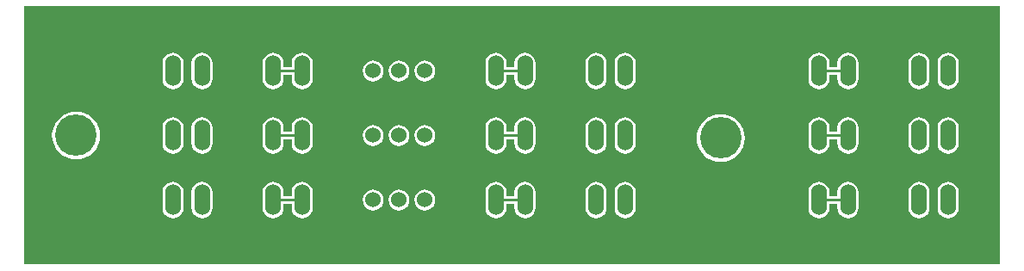
<source format=gbl>
G04 Layer_Physical_Order=2*
G04 Layer_Color=16711680*
%FSLAX24Y24*%
%MOIN*%
G70*
G01*
G75*
%ADD10C,0.0100*%
%ADD11O,0.0600X0.1200*%
%ADD12C,0.0600*%
%ADD13C,0.1600*%
G36*
X57750Y20000D02*
X57750Y20000D01*
X20000D01*
Y30000D01*
X57750D01*
Y20000D01*
D02*
G37*
%LPC*%
G36*
X51875Y23203D02*
X51771Y23190D01*
X51673Y23149D01*
X51590Y23085D01*
X51526Y23002D01*
X51485Y22904D01*
X51472Y22800D01*
Y22653D01*
X51153D01*
Y22800D01*
X51140Y22904D01*
X51099Y23002D01*
X51035Y23085D01*
X50952Y23149D01*
X50854Y23190D01*
X50750Y23203D01*
X50646Y23190D01*
X50548Y23149D01*
X50465Y23085D01*
X50401Y23002D01*
X50360Y22904D01*
X50347Y22800D01*
Y22200D01*
X50360Y22096D01*
X50401Y21998D01*
X50465Y21915D01*
X50548Y21851D01*
X50646Y21810D01*
X50750Y21797D01*
X50854Y21810D01*
X50952Y21851D01*
X51035Y21915D01*
X51099Y21998D01*
X51140Y22096D01*
X51153Y22200D01*
Y22347D01*
X51472D01*
Y22200D01*
X51485Y22096D01*
X51526Y21998D01*
X51590Y21915D01*
X51673Y21851D01*
X51771Y21810D01*
X51875Y21797D01*
X51979Y21810D01*
X52077Y21851D01*
X52160Y21915D01*
X52224Y21998D01*
X52265Y22096D01*
X52278Y22200D01*
Y22800D01*
X52265Y22904D01*
X52224Y23002D01*
X52160Y23085D01*
X52077Y23149D01*
X51979Y23190D01*
X51875Y23203D01*
D02*
G37*
G36*
X46950Y25829D02*
X46769Y25812D01*
X46594Y25759D01*
X46434Y25673D01*
X46293Y25557D01*
X46177Y25416D01*
X46091Y25256D01*
X46038Y25081D01*
X46021Y24900D01*
X46038Y24719D01*
X46091Y24544D01*
X46177Y24384D01*
X46293Y24243D01*
X46434Y24127D01*
X46594Y24041D01*
X46769Y23988D01*
X46950Y23971D01*
X47131Y23988D01*
X47306Y24041D01*
X47466Y24127D01*
X47607Y24243D01*
X47723Y24384D01*
X47809Y24544D01*
X47862Y24719D01*
X47879Y24900D01*
X47862Y25081D01*
X47809Y25256D01*
X47723Y25416D01*
X47607Y25557D01*
X47466Y25673D01*
X47306Y25759D01*
X47131Y25812D01*
X46950Y25829D01*
D02*
G37*
G36*
X30750Y23203D02*
X30646Y23190D01*
X30548Y23149D01*
X30465Y23085D01*
X30401Y23002D01*
X30360Y22904D01*
X30347Y22800D01*
Y22653D01*
X30028D01*
Y22800D01*
X30015Y22904D01*
X29974Y23002D01*
X29910Y23085D01*
X29827Y23149D01*
X29729Y23190D01*
X29625Y23203D01*
X29521Y23190D01*
X29423Y23149D01*
X29340Y23085D01*
X29276Y23002D01*
X29235Y22904D01*
X29222Y22800D01*
Y22200D01*
X29235Y22096D01*
X29276Y21998D01*
X29340Y21915D01*
X29423Y21851D01*
X29521Y21810D01*
X29625Y21797D01*
X29729Y21810D01*
X29827Y21851D01*
X29910Y21915D01*
X29974Y21998D01*
X30015Y22096D01*
X30028Y22200D01*
Y22347D01*
X30347D01*
Y22200D01*
X30360Y22096D01*
X30401Y21998D01*
X30465Y21915D01*
X30548Y21851D01*
X30646Y21810D01*
X30750Y21797D01*
X30854Y21810D01*
X30952Y21851D01*
X31035Y21915D01*
X31099Y21998D01*
X31140Y22096D01*
X31153Y22200D01*
Y22800D01*
X31140Y22904D01*
X31099Y23002D01*
X31035Y23085D01*
X30952Y23149D01*
X30854Y23190D01*
X30750Y23203D01*
D02*
G37*
G36*
X39375D02*
X39271Y23190D01*
X39173Y23149D01*
X39090Y23085D01*
X39026Y23002D01*
X38985Y22904D01*
X38972Y22800D01*
Y22653D01*
X38653D01*
Y22800D01*
X38640Y22904D01*
X38599Y23002D01*
X38535Y23085D01*
X38452Y23149D01*
X38354Y23190D01*
X38250Y23203D01*
X38146Y23190D01*
X38048Y23149D01*
X37965Y23085D01*
X37901Y23002D01*
X37860Y22904D01*
X37847Y22800D01*
Y22200D01*
X37860Y22096D01*
X37901Y21998D01*
X37965Y21915D01*
X38048Y21851D01*
X38146Y21810D01*
X38250Y21797D01*
X38354Y21810D01*
X38452Y21851D01*
X38535Y21915D01*
X38599Y21998D01*
X38640Y22096D01*
X38653Y22200D01*
Y22347D01*
X38972D01*
Y22200D01*
X38985Y22096D01*
X39026Y21998D01*
X39090Y21915D01*
X39173Y21851D01*
X39271Y21810D01*
X39375Y21797D01*
X39479Y21810D01*
X39577Y21851D01*
X39660Y21915D01*
X39724Y21998D01*
X39765Y22096D01*
X39778Y22200D01*
Y22800D01*
X39765Y22904D01*
X39724Y23002D01*
X39660Y23085D01*
X39577Y23149D01*
X39479Y23190D01*
X39375Y23203D01*
D02*
G37*
G36*
X22000Y25929D02*
X21819Y25912D01*
X21644Y25859D01*
X21484Y25773D01*
X21343Y25657D01*
X21227Y25516D01*
X21141Y25356D01*
X21088Y25181D01*
X21071Y25000D01*
X21088Y24819D01*
X21141Y24644D01*
X21227Y24484D01*
X21343Y24343D01*
X21484Y24227D01*
X21644Y24141D01*
X21819Y24088D01*
X22000Y24071D01*
X22181Y24088D01*
X22356Y24141D01*
X22516Y24227D01*
X22657Y24343D01*
X22773Y24484D01*
X22859Y24644D01*
X22912Y24819D01*
X22929Y25000D01*
X22912Y25181D01*
X22859Y25356D01*
X22773Y25516D01*
X22657Y25657D01*
X22516Y25773D01*
X22356Y25859D01*
X22181Y25912D01*
X22000Y25929D01*
D02*
G37*
G36*
X42125Y25703D02*
X42021Y25690D01*
X41923Y25649D01*
X41840Y25585D01*
X41776Y25502D01*
X41735Y25404D01*
X41722Y25300D01*
Y24700D01*
X41735Y24596D01*
X41776Y24498D01*
X41840Y24415D01*
X41923Y24351D01*
X42021Y24310D01*
X42125Y24297D01*
X42229Y24310D01*
X42327Y24351D01*
X42410Y24415D01*
X42474Y24498D01*
X42515Y24596D01*
X42528Y24700D01*
Y25300D01*
X42515Y25404D01*
X42474Y25502D01*
X42410Y25585D01*
X42327Y25649D01*
X42229Y25690D01*
X42125Y25703D01*
D02*
G37*
G36*
X43250D02*
X43146Y25690D01*
X43048Y25649D01*
X42965Y25585D01*
X42901Y25502D01*
X42860Y25404D01*
X42847Y25300D01*
Y24700D01*
X42860Y24596D01*
X42901Y24498D01*
X42965Y24415D01*
X43048Y24351D01*
X43146Y24310D01*
X43250Y24297D01*
X43354Y24310D01*
X43452Y24351D01*
X43535Y24415D01*
X43599Y24498D01*
X43640Y24596D01*
X43653Y24700D01*
Y25300D01*
X43640Y25404D01*
X43599Y25502D01*
X43535Y25585D01*
X43452Y25649D01*
X43354Y25690D01*
X43250Y25703D01*
D02*
G37*
G36*
X25750D02*
X25646Y25690D01*
X25548Y25649D01*
X25465Y25585D01*
X25401Y25502D01*
X25360Y25404D01*
X25347Y25300D01*
Y24700D01*
X25360Y24596D01*
X25401Y24498D01*
X25465Y24415D01*
X25548Y24351D01*
X25646Y24310D01*
X25750Y24297D01*
X25854Y24310D01*
X25952Y24351D01*
X26035Y24415D01*
X26099Y24498D01*
X26140Y24596D01*
X26153Y24700D01*
Y25300D01*
X26140Y25404D01*
X26099Y25502D01*
X26035Y25585D01*
X25952Y25649D01*
X25854Y25690D01*
X25750Y25703D01*
D02*
G37*
G36*
X26875D02*
X26771Y25690D01*
X26673Y25649D01*
X26590Y25585D01*
X26526Y25502D01*
X26485Y25404D01*
X26472Y25300D01*
Y24700D01*
X26485Y24596D01*
X26526Y24498D01*
X26590Y24415D01*
X26673Y24351D01*
X26771Y24310D01*
X26875Y24297D01*
X26979Y24310D01*
X27077Y24351D01*
X27160Y24415D01*
X27224Y24498D01*
X27265Y24596D01*
X27278Y24700D01*
Y25300D01*
X27265Y25404D01*
X27224Y25502D01*
X27160Y25585D01*
X27077Y25649D01*
X26979Y25690D01*
X26875Y25703D01*
D02*
G37*
G36*
X42125Y23203D02*
X42021Y23190D01*
X41923Y23149D01*
X41840Y23085D01*
X41776Y23002D01*
X41735Y22904D01*
X41722Y22800D01*
Y22200D01*
X41735Y22096D01*
X41776Y21998D01*
X41840Y21915D01*
X41923Y21851D01*
X42021Y21810D01*
X42125Y21797D01*
X42229Y21810D01*
X42327Y21851D01*
X42410Y21915D01*
X42474Y21998D01*
X42515Y22096D01*
X42528Y22200D01*
Y22800D01*
X42515Y22904D01*
X42474Y23002D01*
X42410Y23085D01*
X42327Y23149D01*
X42229Y23190D01*
X42125Y23203D01*
D02*
G37*
G36*
X43250D02*
X43146Y23190D01*
X43048Y23149D01*
X42965Y23085D01*
X42901Y23002D01*
X42860Y22904D01*
X42847Y22800D01*
Y22200D01*
X42860Y22096D01*
X42901Y21998D01*
X42965Y21915D01*
X43048Y21851D01*
X43146Y21810D01*
X43250Y21797D01*
X43354Y21810D01*
X43452Y21851D01*
X43535Y21915D01*
X43599Y21998D01*
X43640Y22096D01*
X43653Y22200D01*
Y22800D01*
X43640Y22904D01*
X43599Y23002D01*
X43535Y23085D01*
X43452Y23149D01*
X43354Y23190D01*
X43250Y23203D01*
D02*
G37*
G36*
X25750D02*
X25646Y23190D01*
X25548Y23149D01*
X25465Y23085D01*
X25401Y23002D01*
X25360Y22904D01*
X25347Y22800D01*
Y22200D01*
X25360Y22096D01*
X25401Y21998D01*
X25465Y21915D01*
X25548Y21851D01*
X25646Y21810D01*
X25750Y21797D01*
X25854Y21810D01*
X25952Y21851D01*
X26035Y21915D01*
X26099Y21998D01*
X26140Y22096D01*
X26153Y22200D01*
Y22800D01*
X26140Y22904D01*
X26099Y23002D01*
X26035Y23085D01*
X25952Y23149D01*
X25854Y23190D01*
X25750Y23203D01*
D02*
G37*
G36*
X26875D02*
X26771Y23190D01*
X26673Y23149D01*
X26590Y23085D01*
X26526Y23002D01*
X26485Y22904D01*
X26472Y22800D01*
Y22200D01*
X26485Y22096D01*
X26526Y21998D01*
X26590Y21915D01*
X26673Y21851D01*
X26771Y21810D01*
X26875Y21797D01*
X26979Y21810D01*
X27077Y21851D01*
X27160Y21915D01*
X27224Y21998D01*
X27265Y22096D01*
X27278Y22200D01*
Y22800D01*
X27265Y22904D01*
X27224Y23002D01*
X27160Y23085D01*
X27077Y23149D01*
X26979Y23190D01*
X26875Y23203D01*
D02*
G37*
G36*
X54625D02*
X54521Y23190D01*
X54423Y23149D01*
X54340Y23085D01*
X54276Y23002D01*
X54235Y22904D01*
X54222Y22800D01*
Y22200D01*
X54235Y22096D01*
X54276Y21998D01*
X54340Y21915D01*
X54423Y21851D01*
X54521Y21810D01*
X54625Y21797D01*
X54729Y21810D01*
X54827Y21851D01*
X54910Y21915D01*
X54974Y21998D01*
X55015Y22096D01*
X55028Y22200D01*
Y22800D01*
X55015Y22904D01*
X54974Y23002D01*
X54910Y23085D01*
X54827Y23149D01*
X54729Y23190D01*
X54625Y23203D01*
D02*
G37*
G36*
X34500Y22903D02*
X34396Y22890D01*
X34298Y22849D01*
X34215Y22785D01*
X34151Y22702D01*
X34110Y22604D01*
X34097Y22500D01*
X34110Y22396D01*
X34151Y22298D01*
X34215Y22215D01*
X34298Y22151D01*
X34396Y22110D01*
X34500Y22097D01*
X34604Y22110D01*
X34702Y22151D01*
X34785Y22215D01*
X34849Y22298D01*
X34890Y22396D01*
X34903Y22500D01*
X34890Y22604D01*
X34849Y22702D01*
X34785Y22785D01*
X34702Y22849D01*
X34604Y22890D01*
X34500Y22903D01*
D02*
G37*
G36*
X35500D02*
X35396Y22890D01*
X35298Y22849D01*
X35215Y22785D01*
X35151Y22702D01*
X35110Y22604D01*
X35097Y22500D01*
X35110Y22396D01*
X35151Y22298D01*
X35215Y22215D01*
X35298Y22151D01*
X35396Y22110D01*
X35500Y22097D01*
X35604Y22110D01*
X35702Y22151D01*
X35785Y22215D01*
X35849Y22298D01*
X35890Y22396D01*
X35903Y22500D01*
X35890Y22604D01*
X35849Y22702D01*
X35785Y22785D01*
X35702Y22849D01*
X35604Y22890D01*
X35500Y22903D01*
D02*
G37*
G36*
X55750Y23203D02*
X55646Y23190D01*
X55548Y23149D01*
X55465Y23085D01*
X55401Y23002D01*
X55360Y22904D01*
X55347Y22800D01*
Y22200D01*
X55360Y22096D01*
X55401Y21998D01*
X55465Y21915D01*
X55548Y21851D01*
X55646Y21810D01*
X55750Y21797D01*
X55854Y21810D01*
X55952Y21851D01*
X56035Y21915D01*
X56099Y21998D01*
X56140Y22096D01*
X56153Y22200D01*
Y22800D01*
X56140Y22904D01*
X56099Y23002D01*
X56035Y23085D01*
X55952Y23149D01*
X55854Y23190D01*
X55750Y23203D01*
D02*
G37*
G36*
X33500Y22903D02*
X33396Y22890D01*
X33298Y22849D01*
X33215Y22785D01*
X33151Y22702D01*
X33110Y22604D01*
X33097Y22500D01*
X33110Y22396D01*
X33151Y22298D01*
X33215Y22215D01*
X33298Y22151D01*
X33396Y22110D01*
X33500Y22097D01*
X33604Y22110D01*
X33702Y22151D01*
X33785Y22215D01*
X33849Y22298D01*
X33890Y22396D01*
X33903Y22500D01*
X33890Y22604D01*
X33849Y22702D01*
X33785Y22785D01*
X33702Y22849D01*
X33604Y22890D01*
X33500Y22903D01*
D02*
G37*
G36*
X54625Y25703D02*
X54521Y25690D01*
X54423Y25649D01*
X54340Y25585D01*
X54276Y25502D01*
X54235Y25404D01*
X54222Y25300D01*
Y24700D01*
X54235Y24596D01*
X54276Y24498D01*
X54340Y24415D01*
X54423Y24351D01*
X54521Y24310D01*
X54625Y24297D01*
X54729Y24310D01*
X54827Y24351D01*
X54910Y24415D01*
X54974Y24498D01*
X55015Y24596D01*
X55028Y24700D01*
Y25300D01*
X55015Y25404D01*
X54974Y25502D01*
X54910Y25585D01*
X54827Y25649D01*
X54729Y25690D01*
X54625Y25703D01*
D02*
G37*
G36*
X55750Y28203D02*
X55646Y28190D01*
X55548Y28149D01*
X55465Y28085D01*
X55401Y28002D01*
X55360Y27904D01*
X55347Y27800D01*
Y27200D01*
X55360Y27096D01*
X55401Y26998D01*
X55465Y26915D01*
X55548Y26851D01*
X55646Y26810D01*
X55750Y26797D01*
X55854Y26810D01*
X55952Y26851D01*
X56035Y26915D01*
X56099Y26998D01*
X56140Y27096D01*
X56153Y27200D01*
Y27800D01*
X56140Y27904D01*
X56099Y28002D01*
X56035Y28085D01*
X55952Y28149D01*
X55854Y28190D01*
X55750Y28203D01*
D02*
G37*
G36*
X33500Y27903D02*
X33396Y27890D01*
X33298Y27849D01*
X33215Y27785D01*
X33151Y27702D01*
X33110Y27604D01*
X33097Y27500D01*
X33110Y27396D01*
X33151Y27298D01*
X33215Y27215D01*
X33298Y27151D01*
X33396Y27110D01*
X33500Y27097D01*
X33604Y27110D01*
X33702Y27151D01*
X33785Y27215D01*
X33849Y27298D01*
X33890Y27396D01*
X33903Y27500D01*
X33890Y27604D01*
X33849Y27702D01*
X33785Y27785D01*
X33702Y27849D01*
X33604Y27890D01*
X33500Y27903D01*
D02*
G37*
G36*
X43250Y28203D02*
X43146Y28190D01*
X43048Y28149D01*
X42965Y28085D01*
X42901Y28002D01*
X42860Y27904D01*
X42847Y27800D01*
Y27200D01*
X42860Y27096D01*
X42901Y26998D01*
X42965Y26915D01*
X43048Y26851D01*
X43146Y26810D01*
X43250Y26797D01*
X43354Y26810D01*
X43452Y26851D01*
X43535Y26915D01*
X43599Y26998D01*
X43640Y27096D01*
X43653Y27200D01*
Y27800D01*
X43640Y27904D01*
X43599Y28002D01*
X43535Y28085D01*
X43452Y28149D01*
X43354Y28190D01*
X43250Y28203D01*
D02*
G37*
G36*
X54625D02*
X54521Y28190D01*
X54423Y28149D01*
X54340Y28085D01*
X54276Y28002D01*
X54235Y27904D01*
X54222Y27800D01*
Y27200D01*
X54235Y27096D01*
X54276Y26998D01*
X54340Y26915D01*
X54423Y26851D01*
X54521Y26810D01*
X54625Y26797D01*
X54729Y26810D01*
X54827Y26851D01*
X54910Y26915D01*
X54974Y26998D01*
X55015Y27096D01*
X55028Y27200D01*
Y27800D01*
X55015Y27904D01*
X54974Y28002D01*
X54910Y28085D01*
X54827Y28149D01*
X54729Y28190D01*
X54625Y28203D01*
D02*
G37*
G36*
X34500Y27903D02*
X34396Y27890D01*
X34298Y27849D01*
X34215Y27785D01*
X34151Y27702D01*
X34110Y27604D01*
X34097Y27500D01*
X34110Y27396D01*
X34151Y27298D01*
X34215Y27215D01*
X34298Y27151D01*
X34396Y27110D01*
X34500Y27097D01*
X34604Y27110D01*
X34702Y27151D01*
X34785Y27215D01*
X34849Y27298D01*
X34890Y27396D01*
X34903Y27500D01*
X34890Y27604D01*
X34849Y27702D01*
X34785Y27785D01*
X34702Y27849D01*
X34604Y27890D01*
X34500Y27903D01*
D02*
G37*
G36*
X39375Y28203D02*
X39271Y28190D01*
X39173Y28149D01*
X39090Y28085D01*
X39026Y28002D01*
X38985Y27904D01*
X38972Y27800D01*
Y27653D01*
X38653D01*
Y27800D01*
X38640Y27904D01*
X38599Y28002D01*
X38535Y28085D01*
X38452Y28149D01*
X38354Y28190D01*
X38250Y28203D01*
X38146Y28190D01*
X38048Y28149D01*
X37965Y28085D01*
X37901Y28002D01*
X37860Y27904D01*
X37847Y27800D01*
Y27200D01*
X37860Y27096D01*
X37901Y26998D01*
X37965Y26915D01*
X38048Y26851D01*
X38146Y26810D01*
X38250Y26797D01*
X38354Y26810D01*
X38452Y26851D01*
X38535Y26915D01*
X38599Y26998D01*
X38640Y27096D01*
X38653Y27200D01*
Y27347D01*
X38972D01*
Y27200D01*
X38985Y27096D01*
X39026Y26998D01*
X39090Y26915D01*
X39173Y26851D01*
X39271Y26810D01*
X39375Y26797D01*
X39479Y26810D01*
X39577Y26851D01*
X39660Y26915D01*
X39724Y26998D01*
X39765Y27096D01*
X39778Y27200D01*
Y27800D01*
X39765Y27904D01*
X39724Y28002D01*
X39660Y28085D01*
X39577Y28149D01*
X39479Y28190D01*
X39375Y28203D01*
D02*
G37*
G36*
X51875D02*
X51771Y28190D01*
X51673Y28149D01*
X51590Y28085D01*
X51526Y28002D01*
X51485Y27904D01*
X51472Y27800D01*
Y27653D01*
X51153D01*
Y27800D01*
X51140Y27904D01*
X51099Y28002D01*
X51035Y28085D01*
X50952Y28149D01*
X50854Y28190D01*
X50750Y28203D01*
X50646Y28190D01*
X50548Y28149D01*
X50465Y28085D01*
X50401Y28002D01*
X50360Y27904D01*
X50347Y27800D01*
Y27200D01*
X50360Y27096D01*
X50401Y26998D01*
X50465Y26915D01*
X50548Y26851D01*
X50646Y26810D01*
X50750Y26797D01*
X50854Y26810D01*
X50952Y26851D01*
X51035Y26915D01*
X51099Y26998D01*
X51140Y27096D01*
X51153Y27200D01*
Y27347D01*
X51472D01*
Y27200D01*
X51485Y27096D01*
X51526Y26998D01*
X51590Y26915D01*
X51673Y26851D01*
X51771Y26810D01*
X51875Y26797D01*
X51979Y26810D01*
X52077Y26851D01*
X52160Y26915D01*
X52224Y26998D01*
X52265Y27096D01*
X52278Y27200D01*
Y27800D01*
X52265Y27904D01*
X52224Y28002D01*
X52160Y28085D01*
X52077Y28149D01*
X51979Y28190D01*
X51875Y28203D01*
D02*
G37*
G36*
X35500Y27903D02*
X35396Y27890D01*
X35298Y27849D01*
X35215Y27785D01*
X35151Y27702D01*
X35110Y27604D01*
X35097Y27500D01*
X35110Y27396D01*
X35151Y27298D01*
X35215Y27215D01*
X35298Y27151D01*
X35396Y27110D01*
X35500Y27097D01*
X35604Y27110D01*
X35702Y27151D01*
X35785Y27215D01*
X35849Y27298D01*
X35890Y27396D01*
X35903Y27500D01*
X35890Y27604D01*
X35849Y27702D01*
X35785Y27785D01*
X35702Y27849D01*
X35604Y27890D01*
X35500Y27903D01*
D02*
G37*
G36*
X30750Y28203D02*
X30646Y28190D01*
X30548Y28149D01*
X30465Y28085D01*
X30401Y28002D01*
X30360Y27904D01*
X30347Y27800D01*
Y27653D01*
X30028D01*
Y27800D01*
X30015Y27904D01*
X29974Y28002D01*
X29910Y28085D01*
X29827Y28149D01*
X29729Y28190D01*
X29625Y28203D01*
X29521Y28190D01*
X29423Y28149D01*
X29340Y28085D01*
X29276Y28002D01*
X29235Y27904D01*
X29222Y27800D01*
Y27200D01*
X29235Y27096D01*
X29276Y26998D01*
X29340Y26915D01*
X29423Y26851D01*
X29521Y26810D01*
X29625Y26797D01*
X29729Y26810D01*
X29827Y26851D01*
X29910Y26915D01*
X29974Y26998D01*
X30015Y27096D01*
X30028Y27200D01*
Y27347D01*
X30347D01*
Y27200D01*
X30360Y27096D01*
X30401Y26998D01*
X30465Y26915D01*
X30548Y26851D01*
X30646Y26810D01*
X30750Y26797D01*
X30854Y26810D01*
X30952Y26851D01*
X31035Y26915D01*
X31099Y26998D01*
X31140Y27096D01*
X31153Y27200D01*
Y27800D01*
X31140Y27904D01*
X31099Y28002D01*
X31035Y28085D01*
X30952Y28149D01*
X30854Y28190D01*
X30750Y28203D01*
D02*
G37*
G36*
X42125D02*
X42021Y28190D01*
X41923Y28149D01*
X41840Y28085D01*
X41776Y28002D01*
X41735Y27904D01*
X41722Y27800D01*
Y27200D01*
X41735Y27096D01*
X41776Y26998D01*
X41840Y26915D01*
X41923Y26851D01*
X42021Y26810D01*
X42125Y26797D01*
X42229Y26810D01*
X42327Y26851D01*
X42410Y26915D01*
X42474Y26998D01*
X42515Y27096D01*
X42528Y27200D01*
Y27800D01*
X42515Y27904D01*
X42474Y28002D01*
X42410Y28085D01*
X42327Y28149D01*
X42229Y28190D01*
X42125Y28203D01*
D02*
G37*
G36*
X34500Y25403D02*
X34396Y25390D01*
X34298Y25349D01*
X34215Y25285D01*
X34151Y25202D01*
X34110Y25104D01*
X34097Y25000D01*
X34110Y24896D01*
X34151Y24798D01*
X34215Y24715D01*
X34298Y24651D01*
X34396Y24610D01*
X34500Y24597D01*
X34604Y24610D01*
X34702Y24651D01*
X34785Y24715D01*
X34849Y24798D01*
X34890Y24896D01*
X34903Y25000D01*
X34890Y25104D01*
X34849Y25202D01*
X34785Y25285D01*
X34702Y25349D01*
X34604Y25390D01*
X34500Y25403D01*
D02*
G37*
G36*
X35500D02*
X35396Y25390D01*
X35298Y25349D01*
X35215Y25285D01*
X35151Y25202D01*
X35110Y25104D01*
X35097Y25000D01*
X35110Y24896D01*
X35151Y24798D01*
X35215Y24715D01*
X35298Y24651D01*
X35396Y24610D01*
X35500Y24597D01*
X35604Y24610D01*
X35702Y24651D01*
X35785Y24715D01*
X35849Y24798D01*
X35890Y24896D01*
X35903Y25000D01*
X35890Y25104D01*
X35849Y25202D01*
X35785Y25285D01*
X35702Y25349D01*
X35604Y25390D01*
X35500Y25403D01*
D02*
G37*
G36*
X55750Y25703D02*
X55646Y25690D01*
X55548Y25649D01*
X55465Y25585D01*
X55401Y25502D01*
X55360Y25404D01*
X55347Y25300D01*
Y24700D01*
X55360Y24596D01*
X55401Y24498D01*
X55465Y24415D01*
X55548Y24351D01*
X55646Y24310D01*
X55750Y24297D01*
X55854Y24310D01*
X55952Y24351D01*
X56035Y24415D01*
X56099Y24498D01*
X56140Y24596D01*
X56153Y24700D01*
Y25300D01*
X56140Y25404D01*
X56099Y25502D01*
X56035Y25585D01*
X55952Y25649D01*
X55854Y25690D01*
X55750Y25703D01*
D02*
G37*
G36*
X33500Y25403D02*
X33396Y25390D01*
X33298Y25349D01*
X33215Y25285D01*
X33151Y25202D01*
X33110Y25104D01*
X33097Y25000D01*
X33110Y24896D01*
X33151Y24798D01*
X33215Y24715D01*
X33298Y24651D01*
X33396Y24610D01*
X33500Y24597D01*
X33604Y24610D01*
X33702Y24651D01*
X33785Y24715D01*
X33849Y24798D01*
X33890Y24896D01*
X33903Y25000D01*
X33890Y25104D01*
X33849Y25202D01*
X33785Y25285D01*
X33702Y25349D01*
X33604Y25390D01*
X33500Y25403D01*
D02*
G37*
G36*
X30750Y25703D02*
X30646Y25690D01*
X30548Y25649D01*
X30465Y25585D01*
X30401Y25502D01*
X30360Y25404D01*
X30347Y25300D01*
Y25153D01*
X30028D01*
Y25300D01*
X30015Y25404D01*
X29974Y25502D01*
X29910Y25585D01*
X29827Y25649D01*
X29729Y25690D01*
X29625Y25703D01*
X29521Y25690D01*
X29423Y25649D01*
X29340Y25585D01*
X29276Y25502D01*
X29235Y25404D01*
X29222Y25300D01*
Y24700D01*
X29235Y24596D01*
X29276Y24498D01*
X29340Y24415D01*
X29423Y24351D01*
X29521Y24310D01*
X29625Y24297D01*
X29729Y24310D01*
X29827Y24351D01*
X29910Y24415D01*
X29974Y24498D01*
X30015Y24596D01*
X30028Y24700D01*
Y24847D01*
X30347D01*
Y24700D01*
X30360Y24596D01*
X30401Y24498D01*
X30465Y24415D01*
X30548Y24351D01*
X30646Y24310D01*
X30750Y24297D01*
X30854Y24310D01*
X30952Y24351D01*
X31035Y24415D01*
X31099Y24498D01*
X31140Y24596D01*
X31153Y24700D01*
Y25300D01*
X31140Y25404D01*
X31099Y25502D01*
X31035Y25585D01*
X30952Y25649D01*
X30854Y25690D01*
X30750Y25703D01*
D02*
G37*
G36*
X25750Y28203D02*
X25646Y28190D01*
X25548Y28149D01*
X25465Y28085D01*
X25401Y28002D01*
X25360Y27904D01*
X25347Y27800D01*
Y27200D01*
X25360Y27096D01*
X25401Y26998D01*
X25465Y26915D01*
X25548Y26851D01*
X25646Y26810D01*
X25750Y26797D01*
X25854Y26810D01*
X25952Y26851D01*
X26035Y26915D01*
X26099Y26998D01*
X26140Y27096D01*
X26153Y27200D01*
Y27800D01*
X26140Y27904D01*
X26099Y28002D01*
X26035Y28085D01*
X25952Y28149D01*
X25854Y28190D01*
X25750Y28203D01*
D02*
G37*
G36*
X26875D02*
X26771Y28190D01*
X26673Y28149D01*
X26590Y28085D01*
X26526Y28002D01*
X26485Y27904D01*
X26472Y27800D01*
Y27200D01*
X26485Y27096D01*
X26526Y26998D01*
X26590Y26915D01*
X26673Y26851D01*
X26771Y26810D01*
X26875Y26797D01*
X26979Y26810D01*
X27077Y26851D01*
X27160Y26915D01*
X27224Y26998D01*
X27265Y27096D01*
X27278Y27200D01*
Y27800D01*
X27265Y27904D01*
X27224Y28002D01*
X27160Y28085D01*
X27077Y28149D01*
X26979Y28190D01*
X26875Y28203D01*
D02*
G37*
G36*
X39375Y25703D02*
X39271Y25690D01*
X39173Y25649D01*
X39090Y25585D01*
X39026Y25502D01*
X38985Y25404D01*
X38972Y25300D01*
Y25153D01*
X38653D01*
Y25300D01*
X38640Y25404D01*
X38599Y25502D01*
X38535Y25585D01*
X38452Y25649D01*
X38354Y25690D01*
X38250Y25703D01*
X38146Y25690D01*
X38048Y25649D01*
X37965Y25585D01*
X37901Y25502D01*
X37860Y25404D01*
X37847Y25300D01*
Y24700D01*
X37860Y24596D01*
X37901Y24498D01*
X37965Y24415D01*
X38048Y24351D01*
X38146Y24310D01*
X38250Y24297D01*
X38354Y24310D01*
X38452Y24351D01*
X38535Y24415D01*
X38599Y24498D01*
X38640Y24596D01*
X38653Y24700D01*
Y24847D01*
X38972D01*
Y24700D01*
X38985Y24596D01*
X39026Y24498D01*
X39090Y24415D01*
X39173Y24351D01*
X39271Y24310D01*
X39375Y24297D01*
X39479Y24310D01*
X39577Y24351D01*
X39660Y24415D01*
X39724Y24498D01*
X39765Y24596D01*
X39778Y24700D01*
Y25300D01*
X39765Y25404D01*
X39724Y25502D01*
X39660Y25585D01*
X39577Y25649D01*
X39479Y25690D01*
X39375Y25703D01*
D02*
G37*
G36*
X51875D02*
X51771Y25690D01*
X51673Y25649D01*
X51590Y25585D01*
X51526Y25502D01*
X51485Y25404D01*
X51472Y25300D01*
Y25153D01*
X51153D01*
Y25300D01*
X51140Y25404D01*
X51099Y25502D01*
X51035Y25585D01*
X50952Y25649D01*
X50854Y25690D01*
X50750Y25703D01*
X50646Y25690D01*
X50548Y25649D01*
X50465Y25585D01*
X50401Y25502D01*
X50360Y25404D01*
X50347Y25300D01*
Y24700D01*
X50360Y24596D01*
X50401Y24498D01*
X50465Y24415D01*
X50548Y24351D01*
X50646Y24310D01*
X50750Y24297D01*
X50854Y24310D01*
X50952Y24351D01*
X51035Y24415D01*
X51099Y24498D01*
X51140Y24596D01*
X51153Y24700D01*
Y24847D01*
X51472D01*
Y24700D01*
X51485Y24596D01*
X51526Y24498D01*
X51590Y24415D01*
X51673Y24351D01*
X51771Y24310D01*
X51875Y24297D01*
X51979Y24310D01*
X52077Y24351D01*
X52160Y24415D01*
X52224Y24498D01*
X52265Y24596D01*
X52278Y24700D01*
Y25300D01*
X52265Y25404D01*
X52224Y25502D01*
X52160Y25585D01*
X52077Y25649D01*
X51979Y25690D01*
X51875Y25703D01*
D02*
G37*
%LPD*%
D10*
X50750Y22500D02*
X51875D01*
X50750Y25000D02*
X51875D01*
X50750Y27500D02*
X51875D01*
X38250Y22500D02*
X39375D01*
X38250Y25000D02*
X39375D01*
X38250Y27500D02*
X39375D01*
X29625Y22500D02*
X30750D01*
X29625Y25000D02*
X30750D01*
X29625Y27500D02*
X30750D01*
D11*
X55750Y22500D02*
D03*
X54625D02*
D03*
X50750D02*
D03*
X51875D02*
D03*
Y25000D02*
D03*
X50750D02*
D03*
X54625D02*
D03*
X55750D02*
D03*
Y27500D02*
D03*
X54625D02*
D03*
X50750D02*
D03*
X51875D02*
D03*
X43250Y22500D02*
D03*
X42125D02*
D03*
X38250D02*
D03*
X39375D02*
D03*
Y25000D02*
D03*
X38250D02*
D03*
X42125D02*
D03*
X43250D02*
D03*
Y27500D02*
D03*
X42125D02*
D03*
X38250D02*
D03*
X39375D02*
D03*
X30750Y22500D02*
D03*
X29625D02*
D03*
X25750D02*
D03*
X26875D02*
D03*
Y25000D02*
D03*
X25750D02*
D03*
X29625D02*
D03*
X30750D02*
D03*
Y27500D02*
D03*
X29625D02*
D03*
X25750D02*
D03*
X26875D02*
D03*
D12*
X35500Y22500D02*
D03*
X33500D02*
D03*
X34500D02*
D03*
X35500Y25000D02*
D03*
X33500D02*
D03*
X34500D02*
D03*
X35500Y27500D02*
D03*
X33500D02*
D03*
X34500D02*
D03*
D13*
X22000Y25000D02*
D03*
X46950Y24900D02*
D03*
M02*

</source>
